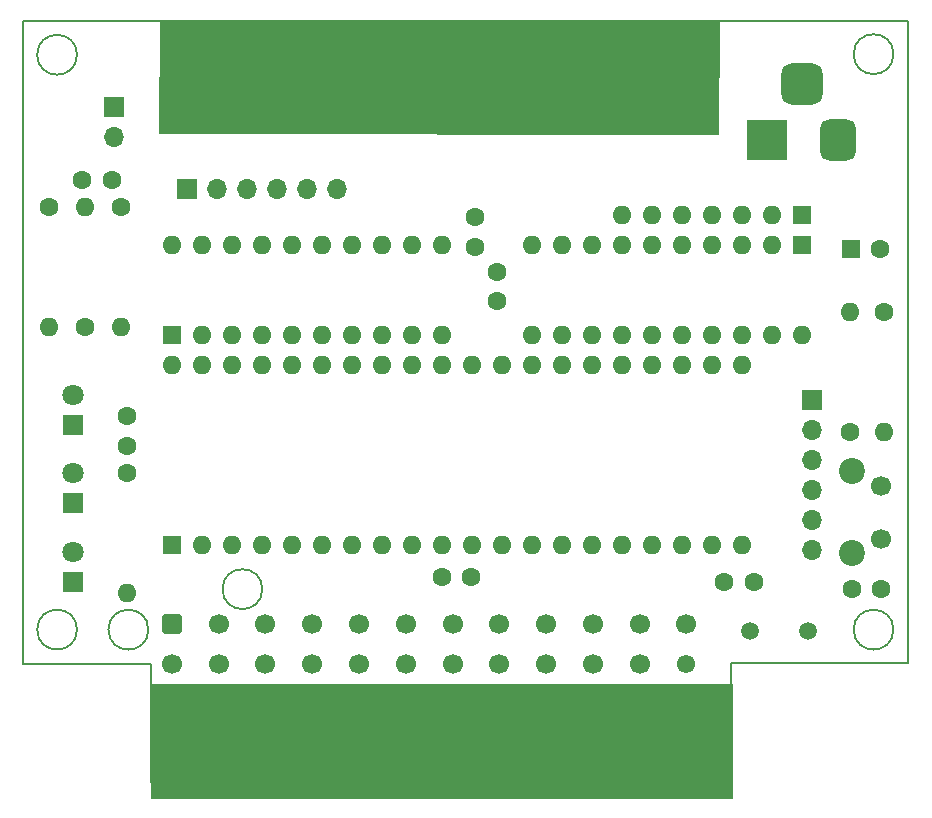
<source format=gbr>
G04 #@! TF.GenerationSoftware,KiCad,Pcbnew,8.0.4*
G04 #@! TF.CreationDate,2024-07-27T17:05:36-04:00*
G04 #@! TF.ProjectId,CBM-SD,43424d2d-5344-42e6-9b69-6361645f7063,rev?*
G04 #@! TF.SameCoordinates,Original*
G04 #@! TF.FileFunction,Soldermask,Top*
G04 #@! TF.FilePolarity,Negative*
%FSLAX46Y46*%
G04 Gerber Fmt 4.6, Leading zero omitted, Abs format (unit mm)*
G04 Created by KiCad (PCBNEW 8.0.4) date 2024-07-27 17:05:36*
%MOMM*%
%LPD*%
G01*
G04 APERTURE LIST*
G04 Aperture macros list*
%AMRoundRect*
0 Rectangle with rounded corners*
0 $1 Rounding radius*
0 $2 $3 $4 $5 $6 $7 $8 $9 X,Y pos of 4 corners*
0 Add a 4 corners polygon primitive as box body*
4,1,4,$2,$3,$4,$5,$6,$7,$8,$9,$2,$3,0*
0 Add four circle primitives for the rounded corners*
1,1,$1+$1,$2,$3*
1,1,$1+$1,$4,$5*
1,1,$1+$1,$6,$7*
1,1,$1+$1,$8,$9*
0 Add four rect primitives between the rounded corners*
20,1,$1+$1,$2,$3,$4,$5,0*
20,1,$1+$1,$4,$5,$6,$7,0*
20,1,$1+$1,$6,$7,$8,$9,0*
20,1,$1+$1,$8,$9,$2,$3,0*%
G04 Aperture macros list end*
%ADD10C,0.100000*%
%ADD11C,1.600000*%
%ADD12O,1.600000X1.600000*%
%ADD13R,1.600000X1.600000*%
%ADD14C,1.500000*%
%ADD15R,1.800000X1.800000*%
%ADD16C,1.800000*%
%ADD17R,3.500000X3.500000*%
%ADD18RoundRect,0.750000X0.750000X1.000000X-0.750000X1.000000X-0.750000X-1.000000X0.750000X-1.000000X0*%
%ADD19RoundRect,0.875000X0.875000X0.875000X-0.875000X0.875000X-0.875000X-0.875000X0.875000X-0.875000X0*%
%ADD20R,1.700000X1.700000*%
%ADD21O,1.700000X1.700000*%
%ADD22O,2.410000X8.760000*%
%ADD23C,2.200000*%
%ADD24C,1.700000*%
%ADD25RoundRect,0.273700X-0.576300X0.576300X-0.576300X-0.576300X0.576300X-0.576300X0.576300X0.576300X0*%
%ADD26C,1.550000*%
G04 #@! TA.AperFunction,Profile*
%ADD27C,0.200660*%
G04 #@! TD*
G04 APERTURE END LIST*
D10*
X177215800Y-131597400D02*
X128003300Y-131597400D01*
X127939800Y-121945400D01*
X177215800Y-121945400D01*
X177215800Y-131597400D01*
G36*
X177215800Y-131597400D02*
G01*
X128003300Y-131597400D01*
X127939800Y-121945400D01*
X177215800Y-121945400D01*
X177215800Y-131597400D01*
G37*
X176117250Y-65862200D02*
X176002950Y-75361800D01*
X128739900Y-75298300D01*
X128790700Y-65798700D01*
X176117250Y-65862200D01*
G36*
X176117250Y-65862200D02*
G01*
X176002950Y-75361800D01*
X128739900Y-75298300D01*
X128790700Y-65798700D01*
X176117250Y-65862200D01*
G37*
D11*
X125996700Y-104076500D03*
D12*
X125996700Y-114236500D03*
D13*
X183134000Y-82232500D03*
D12*
X180594000Y-82232500D03*
X178054000Y-82232500D03*
X175514000Y-82232500D03*
X172974000Y-82232500D03*
X170434000Y-82232500D03*
X167894000Y-82232500D03*
D13*
X129794000Y-110172500D03*
D12*
X132334000Y-110172500D03*
X134874000Y-110172500D03*
X137414000Y-110172500D03*
X139954000Y-110172500D03*
X142494000Y-110172500D03*
X145034000Y-110172500D03*
X147574000Y-110172500D03*
X150114000Y-110172500D03*
X152654000Y-110172500D03*
X155194000Y-110172500D03*
X157734000Y-110172500D03*
X160274000Y-110172500D03*
X162814000Y-110172500D03*
X165354000Y-110172500D03*
X167894000Y-110172500D03*
X170434000Y-110172500D03*
X172974000Y-110172500D03*
X175514000Y-110172500D03*
X178054000Y-110172500D03*
X178054000Y-94932500D03*
X175514000Y-94932500D03*
X172974000Y-94932500D03*
X170434000Y-94932500D03*
X167894000Y-94932500D03*
X165354000Y-94932500D03*
X162814000Y-94932500D03*
X160274000Y-94932500D03*
X157734000Y-94932500D03*
X155194000Y-94932500D03*
X152654000Y-94932500D03*
X150114000Y-94932500D03*
X147574000Y-94932500D03*
X145034000Y-94932500D03*
X142494000Y-94932500D03*
X139954000Y-94932500D03*
X137414000Y-94932500D03*
X134874000Y-94932500D03*
X132334000Y-94932500D03*
X129794000Y-94932500D03*
D13*
X129794000Y-92392500D03*
D12*
X132334000Y-92392500D03*
X134874000Y-92392500D03*
X137414000Y-92392500D03*
X139954000Y-92392500D03*
X142494000Y-92392500D03*
X145034000Y-92392500D03*
X147574000Y-92392500D03*
X150114000Y-92392500D03*
X152654000Y-92392500D03*
X152654000Y-84772500D03*
X150114000Y-84772500D03*
X147574000Y-84772500D03*
X145034000Y-84772500D03*
X142494000Y-84772500D03*
X139954000Y-84772500D03*
X137414000Y-84772500D03*
X134874000Y-84772500D03*
X132334000Y-84772500D03*
X129794000Y-84772500D03*
D13*
X183134000Y-84772500D03*
D12*
X180594000Y-84772500D03*
X178054000Y-84772500D03*
X175514000Y-84772500D03*
X172974000Y-84772500D03*
X170434000Y-84772500D03*
X167894000Y-84772500D03*
X165354000Y-84772500D03*
X162814000Y-84772500D03*
X160274000Y-84772500D03*
X160274000Y-92392500D03*
X162814000Y-92392500D03*
X165354000Y-92392500D03*
X167894000Y-92392500D03*
X170434000Y-92392500D03*
X172974000Y-92392500D03*
X175514000Y-92392500D03*
X178054000Y-92392500D03*
X180594000Y-92392500D03*
X183134000Y-92392500D03*
D11*
X124694000Y-79248000D03*
X122194000Y-79248000D03*
X155154000Y-112903000D03*
X152654000Y-112903000D03*
X155475000Y-84925000D03*
X155475000Y-82425000D03*
X157300000Y-89550000D03*
X157300000Y-87050000D03*
X122428000Y-91694000D03*
D12*
X122428000Y-81534000D03*
D11*
X189865000Y-113919000D03*
X187365000Y-113919000D03*
D14*
X178762000Y-117475000D03*
X183642000Y-117475000D03*
D11*
X119380000Y-81534000D03*
D12*
X119380000Y-91694000D03*
D15*
X121450100Y-113322100D03*
D16*
X121450100Y-110782100D03*
D15*
X121450100Y-106616500D03*
D16*
X121450100Y-104076500D03*
D17*
X180182000Y-75887500D03*
D18*
X186182000Y-75887500D03*
D19*
X183182000Y-71187500D03*
D15*
X121462800Y-100037900D03*
D16*
X121462800Y-97497900D03*
D20*
X183997600Y-97891600D03*
D21*
X183997600Y-100431600D03*
X183997600Y-102971600D03*
X183997600Y-105511600D03*
X183997600Y-108051600D03*
X183997600Y-110591600D03*
D11*
X187198000Y-100584000D03*
D12*
X187198000Y-90424000D03*
D11*
X190093600Y-90424000D03*
D12*
X190093600Y-100584000D03*
D11*
X176570000Y-113284000D03*
X179070000Y-113284000D03*
X125476000Y-81534000D03*
D12*
X125476000Y-91694000D03*
D20*
X124891800Y-73126600D03*
D21*
X124891800Y-75666600D03*
D11*
X126009400Y-99290500D03*
X126009400Y-101790500D03*
D13*
X187285621Y-85090000D03*
D11*
X189785621Y-85090000D03*
D22*
X131052300Y-126923800D03*
X135012300Y-126923800D03*
X138972300Y-126923800D03*
X142932300Y-126923800D03*
X146892300Y-126923800D03*
X150852300Y-126923800D03*
X154812300Y-126923800D03*
X158772300Y-126923800D03*
X162732300Y-126923800D03*
X166692300Y-126923800D03*
X170652300Y-126923800D03*
X174612300Y-126923800D03*
D23*
X187350400Y-103896400D03*
X187350400Y-110896400D03*
D24*
X189850400Y-105146400D03*
X189850400Y-109646400D03*
D20*
X131064000Y-80010000D03*
D21*
X133604000Y-80010000D03*
X136144000Y-80010000D03*
X138684000Y-80010000D03*
X141224000Y-80010000D03*
X143764000Y-80010000D03*
D22*
X130860799Y-70408800D03*
X134820799Y-70408800D03*
X138780799Y-70408800D03*
X142740799Y-70408800D03*
X146700799Y-70408800D03*
X150660799Y-70408800D03*
X154620799Y-70408800D03*
X158580799Y-70408800D03*
X162540799Y-70408800D03*
X166500799Y-70408800D03*
X170460799Y-70408800D03*
X174420799Y-70408800D03*
D25*
X129794000Y-116869000D03*
D24*
X133754089Y-116869000D03*
X137714180Y-116869000D03*
X141674269Y-116869000D03*
X145634360Y-116869000D03*
X149594449Y-116869000D03*
X153554540Y-116869000D03*
X157514629Y-116869000D03*
X161474720Y-116869000D03*
X165434809Y-116869000D03*
X169394900Y-116869000D03*
X173354999Y-116869000D03*
X129794000Y-120269000D03*
X133754090Y-120269001D03*
X137714180Y-120269000D03*
X141674270Y-120269001D03*
X145634360Y-120269000D03*
X149594450Y-120269001D03*
X153554540Y-120269000D03*
X157514630Y-120269001D03*
X161474720Y-120269000D03*
X165434809Y-120269000D03*
X169394900Y-120269000D03*
D26*
X173355000Y-120269001D03*
D27*
X192151000Y-65786000D02*
X192151000Y-114109500D01*
X192151000Y-114109500D02*
X192151000Y-120142000D01*
X129400300Y-131432300D02*
X135051800Y-131432300D01*
X177152300Y-130035300D02*
X177152300Y-120192800D01*
X138925300Y-131432300D02*
X162801300Y-131432300D01*
X166674800Y-131432300D02*
X175755300Y-131432300D01*
X165277800Y-130035300D02*
X165277800Y-122351800D01*
X136448800Y-122415300D02*
X136448800Y-130035300D01*
X138925300Y-131432300D02*
G75*
G02*
X137528300Y-130035300I0J1397000D01*
G01*
X165277800Y-122351800D02*
X164198300Y-122351800D01*
X136448800Y-130035300D02*
G75*
G02*
X135051800Y-131432300I-1397000J0D01*
G01*
X136448800Y-122415300D02*
X137528300Y-122415300D01*
X164198300Y-122351800D02*
X164198300Y-130035300D01*
X177152300Y-130035300D02*
G75*
G02*
X175755300Y-131432300I-1397000J0D01*
G01*
X164198300Y-130035300D02*
G75*
G02*
X162801300Y-131432300I-1397000J0D01*
G01*
X137528300Y-130035300D02*
X137528300Y-122415300D01*
X166674800Y-131432300D02*
G75*
G02*
X165277800Y-130035300I0J1397000D01*
G01*
X129400300Y-131432300D02*
G75*
G02*
X128003300Y-130035300I0J1397000D01*
G01*
X177152300Y-120142000D02*
X177152300Y-120192800D01*
X117221000Y-120230900D02*
X117221000Y-65786000D01*
X192151000Y-65786000D02*
X117221000Y-65786000D01*
X192151000Y-120142000D02*
X181165500Y-120142000D01*
X121762228Y-68675000D02*
G75*
G02*
X118387772Y-68675000I-1687228J0D01*
G01*
X118387772Y-68675000D02*
G75*
G02*
X121762228Y-68675000I1687228J0D01*
G01*
X121762228Y-117348000D02*
G75*
G02*
X118387772Y-117348000I-1687228J0D01*
G01*
X118387772Y-117348000D02*
G75*
G02*
X121762228Y-117348000I1687228J0D01*
G01*
X128003300Y-120230900D02*
X117221000Y-120230900D01*
X127798228Y-117348000D02*
G75*
G02*
X124423772Y-117348000I-1687228J0D01*
G01*
X124423772Y-117348000D02*
G75*
G02*
X127798228Y-117348000I1687228J0D01*
G01*
X137450228Y-113919000D02*
G75*
G02*
X134075772Y-113919000I-1687228J0D01*
G01*
X134075772Y-113919000D02*
G75*
G02*
X137450228Y-113919000I1687228J0D01*
G01*
X181165500Y-120142000D02*
X177152300Y-120142000D01*
X128003300Y-130035300D02*
X128003300Y-120230900D01*
X190887228Y-68625000D02*
G75*
G02*
X187512772Y-68625000I-1687228J0D01*
G01*
X187512772Y-68625000D02*
G75*
G02*
X190887228Y-68625000I1687228J0D01*
G01*
X190887228Y-117348000D02*
G75*
G02*
X187512772Y-117348000I-1687228J0D01*
G01*
X187512772Y-117348000D02*
G75*
G02*
X190887228Y-117348000I1687228J0D01*
G01*
M02*

</source>
